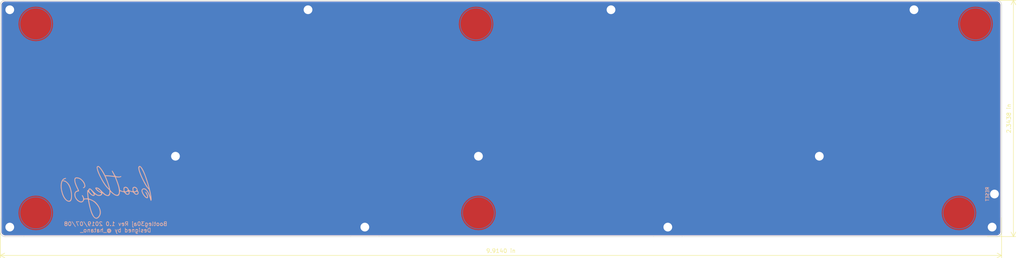
<source format=kicad_pcb>
(kicad_pcb (version 20171130) (host pcbnew "(5.1.2)-2")

  (general
    (thickness 1.6)
    (drawings 39)
    (tracks 0)
    (zones 0)
    (modules 13)
    (nets 2)
  )

  (page A4)
  (layers
    (0 F.Cu signal)
    (31 B.Cu signal)
    (32 B.Adhes user hide)
    (33 F.Adhes user hide)
    (34 B.Paste user hide)
    (35 F.Paste user hide)
    (36 B.SilkS user)
    (37 F.SilkS user)
    (38 B.Mask user)
    (39 F.Mask user)
    (40 Dwgs.User user)
    (41 Cmts.User user hide)
    (42 Eco1.User user)
    (43 Eco2.User user)
    (44 Edge.Cuts user)
    (45 Margin user)
    (46 B.CrtYd user)
    (47 F.CrtYd user)
    (48 B.Fab user hide)
    (49 F.Fab user hide)
  )

  (setup
    (last_trace_width 0.25)
    (trace_clearance 0.2)
    (zone_clearance 0.254)
    (zone_45_only no)
    (trace_min 0.2)
    (via_size 0.8)
    (via_drill 0.4)
    (via_min_size 0.4)
    (via_min_drill 0.3)
    (uvia_size 0.3)
    (uvia_drill 0.1)
    (uvias_allowed no)
    (uvia_min_size 0.2)
    (uvia_min_drill 0.1)
    (edge_width 0.15)
    (segment_width 0.2)
    (pcb_text_width 0.3)
    (pcb_text_size 1.5 1.5)
    (mod_edge_width 0.15)
    (mod_text_size 1 1)
    (mod_text_width 0.15)
    (pad_size 2.4 2.4)
    (pad_drill 2.2)
    (pad_to_mask_clearance 0.051)
    (solder_mask_min_width 0.25)
    (aux_axis_origin 19.67223 9.84786)
    (grid_origin 245.864369 55.364269)
    (visible_elements 7FFFFFFF)
    (pcbplotparams
      (layerselection 0x010f0_ffffffff)
      (usegerberextensions true)
      (usegerberattributes false)
      (usegerberadvancedattributes false)
      (creategerberjobfile false)
      (excludeedgelayer true)
      (linewidth 0.100000)
      (plotframeref false)
      (viasonmask false)
      (mode 1)
      (useauxorigin false)
      (hpglpennumber 1)
      (hpglpenspeed 20)
      (hpglpendiameter 15.000000)
      (psnegative false)
      (psa4output false)
      (plotreference true)
      (plotvalue true)
      (plotinvisibletext false)
      (padsonsilk false)
      (subtractmaskfromsilk false)
      (outputformat 1)
      (mirror false)
      (drillshape 0)
      (scaleselection 1)
      (outputdirectory "plots_b"))
  )

  (net 0 "")
  (net 1 GND)

  (net_class Default "これはデフォルトのネット クラスです。"
    (clearance 0.2)
    (trace_width 0.25)
    (via_dia 0.8)
    (via_drill 0.4)
    (uvia_dia 0.3)
    (uvia_drill 0.1)
  )

  (net_class DCDC ""
    (clearance 0.2)
    (trace_width 0.4)
    (via_dia 0.8)
    (via_drill 0.4)
    (uvia_dia 0.3)
    (uvia_drill 0.1)
  )

  (net_class Power ""
    (clearance 0.2)
    (trace_width 0.4)
    (via_dia 0.8)
    (via_drill 0.4)
    (uvia_dia 0.3)
    (uvia_drill 0.1)
    (add_net GND)
  )

  (module cscslib:logo (layer B.Cu) (tedit 0) (tstamp 5D235AFA)
    (at 40.759369 66.079903 180)
    (fp_text reference G*** (at 0 0) (layer B.SilkS) hide
      (effects (font (size 1.524 1.524) (thickness 0.3)) (justify mirror))
    )
    (fp_text value LOGO (at 0.75 0) (layer B.SilkS) hide
      (effects (font (size 1.524 1.524) (thickness 0.3)) (justify mirror))
    )
    (fp_poly (pts (xy -8.544315 6.466171) (xy -8.402234 6.403973) (xy -8.316726 6.332147) (xy -8.25106 6.158861)
      (xy -8.246505 5.897372) (xy -8.30136 5.553278) (xy -8.413925 5.132177) (xy -8.582502 4.639667)
      (xy -8.80539 4.081346) (xy -9.080889 3.462814) (xy -9.369209 2.865705) (xy -9.677962 2.266172)
      (xy -9.95653 1.766712) (xy -10.209466 1.359982) (xy -10.44132 1.038644) (xy -10.647185 0.804794)
      (xy -10.774996 0.673123) (xy -10.864685 0.563102) (xy -10.929318 0.446815) (xy -10.981957 0.296347)
      (xy -11.035666 0.083783) (xy -11.083034 -0.126539) (xy -11.144077 -0.413536) (xy -11.198455 -0.691073)
      (xy -11.239251 -0.922624) (xy -11.256785 -1.044222) (xy -11.28944 -1.326445) (xy -11.178505 -1.026559)
      (xy -10.976552 -0.540963) (xy -10.753186 -0.110883) (xy -10.516918 0.251605) (xy -10.276255 0.534422)
      (xy -10.039705 0.72549) (xy -9.896437 0.793378) (xy -9.628401 0.833139) (xy -9.388038 0.778238)
      (xy -9.196187 0.639608) (xy -9.073685 0.428178) (xy -9.053358 0.351124) (xy -9.055767 0.126578)
      (xy -9.130452 -0.149001) (xy -9.263574 -0.453653) (xy -9.441292 -0.765418) (xy -9.649769 -1.062334)
      (xy -9.875166 -1.322442) (xy -10.103642 -1.523781) (xy -10.307758 -1.639416) (xy -10.485468 -1.659298)
      (xy -10.621004 -1.578898) (xy -10.693492 -1.423541) (xy -10.696164 -1.248423) (xy -10.649936 -1.02331)
      (xy -10.566576 -0.774527) (xy -10.457852 -0.5284) (xy -10.335533 -0.311252) (xy -10.211388 -0.149408)
      (xy -10.097185 -0.069192) (xy -10.086912 -0.066702) (xy -10.015994 -0.067035) (xy -9.999456 -0.114629)
      (xy -10.040494 -0.223309) (xy -10.142301 -0.406901) (xy -10.180159 -0.470339) (xy -10.314657 -0.723464)
      (xy -10.416415 -0.973303) (xy -10.476447 -1.192247) (xy -10.485768 -1.352688) (xy -10.477679 -1.38439)
      (xy -10.413962 -1.432562) (xy -10.303236 -1.397141) (xy -10.15778 -1.290601) (xy -9.989874 -1.125418)
      (xy -9.811796 -0.914064) (xy -9.635825 -0.669015) (xy -9.474242 -0.402744) (xy -9.430295 -0.320371)
      (xy -9.30593 -0.019501) (xy -9.262688 0.234454) (xy -9.298453 0.431967) (xy -9.411112 0.563509)
      (xy -9.598551 0.619553) (xy -9.63914 0.620889) (xy -9.883265 0.564719) (xy -10.125488 0.397304)
      (xy -10.364757 0.120283) (xy -10.60002 -0.264705) (xy -10.830228 -0.756019) (xy -11.054328 -1.352019)
      (xy -11.203915 -1.820334) (xy -11.273165 -2.03687) (xy -11.335068 -2.205129) (xy -11.380343 -2.300985)
      (xy -11.393905 -2.314222) (xy -11.465624 -2.279065) (xy -11.503378 -2.246489) (xy -11.551734 -2.128906)
      (xy -11.566839 -1.914098) (xy -11.550618 -1.612109) (xy -11.504995 -1.232982) (xy -11.431893 -0.786762)
      (xy -11.333237 -0.283491) (xy -11.210949 0.266784) (xy -11.066954 0.854022) (xy -11.06139 0.874889)
      (xy -10.838716 0.874889) (xy -10.694668 1.044222) (xy -10.599781 1.169895) (xy -10.470588 1.359468)
      (xy -10.329686 1.579346) (xy -10.277015 1.665111) (xy -9.960351 2.208426) (xy -9.660245 2.763186)
      (xy -9.3821 3.316532) (xy -9.131321 3.855607) (xy -8.913311 4.367553) (xy -8.733474 4.839514)
      (xy -8.597213 5.258631) (xy -8.509933 5.612048) (xy -8.477037 5.886907) (xy -8.478137 5.945259)
      (xy -8.502602 6.1267) (xy -8.545864 6.23516) (xy -8.567735 6.252252) (xy -8.667923 6.227988)
      (xy -8.798541 6.10771) (xy -8.953523 5.902234) (xy -9.126807 5.622374) (xy -9.312329 5.278946)
      (xy -9.504025 4.882764) (xy -9.695831 4.444642) (xy -9.881685 3.975397) (xy -9.952868 3.781778)
      (xy -10.04701 3.511178) (xy -10.156956 3.181177) (xy -10.276026 2.813301) (xy -10.397541 2.429074)
      (xy -10.51482 2.050024) (xy -10.621182 1.697675) (xy -10.709949 1.393554) (xy -10.774439 1.159187)
      (xy -10.802411 1.044222) (xy -10.838716 0.874889) (xy -11.06139 0.874889) (xy -10.903177 1.468178)
      (xy -10.721539 2.099208) (xy -10.586553 2.54) (xy -10.302872 3.407567) (xy -10.030362 4.168153)
      (xy -9.769437 4.820819) (xy -9.520509 5.364622) (xy -9.283991 5.798623) (xy -9.060296 6.121881)
      (xy -8.967889 6.226873) (xy -8.816897 6.375966) (xy -8.711145 6.454329) (xy -8.62309 6.477521)
      (xy -8.544315 6.466171)) (layer B.SilkS) (width 0.01))
    (fp_poly (pts (xy 10.126848 3.431994) (xy 10.163642 3.427203) (xy 10.479161 3.331271) (xy 10.746248 3.139005)
      (xy 10.961951 2.857396) (xy 11.123314 2.493433) (xy 11.227385 2.054106) (xy 11.271209 1.546406)
      (xy 11.251834 0.977322) (xy 11.242062 0.875165) (xy 11.105745 0.041432) (xy 10.876614 -0.730406)
      (xy 10.657582 -1.241778) (xy 10.431081 -1.637853) (xy 10.173394 -1.97207) (xy 9.896148 -2.235972)
      (xy 9.610967 -2.4211) (xy 9.329477 -2.518997) (xy 9.063303 -2.521207) (xy 8.946444 -2.48664)
      (xy 8.747224 -2.345956) (xy 8.598444 -2.107088) (xy 8.499783 -1.7691) (xy 8.450924 -1.331056)
      (xy 8.44542 -1.016) (xy 8.484095 -0.409147) (xy 8.58244 0.205145) (xy 8.733062 0.797706)
      (xy 8.92857 1.33937) (xy 9.15761 1.7944) (xy 9.3372 2.047916) (xy 9.559428 2.294997)
      (xy 9.798576 2.511953) (xy 10.028927 2.675095) (xy 10.199371 2.753994) (xy 10.461551 2.813612)
      (xy 10.631882 2.807817) (xy 10.700122 2.759467) (xy 10.696352 2.683553) (xy 10.607231 2.623482)
      (xy 10.460273 2.597386) (xy 10.454085 2.597309) (xy 10.250527 2.550826) (xy 10.015327 2.424785)
      (xy 9.776098 2.235714) (xy 9.666538 2.125901) (xy 9.439551 1.834766) (xy 9.238422 1.489394)
      (xy 9.064409 1.10236) (xy 8.91877 0.686241) (xy 8.80276 0.253614) (xy 8.717638 -0.182944)
      (xy 8.664662 -0.610858) (xy 8.645088 -1.017551) (xy 8.660173 -1.390446) (xy 8.711176 -1.716967)
      (xy 8.799353 -1.984537) (xy 8.925962 -2.18058) (xy 9.092261 -2.29252) (xy 9.222633 -2.314222)
      (xy 9.477903 -2.259833) (xy 9.738162 -2.103415) (xy 9.995553 -1.855099) (xy 10.242217 -1.52501)
      (xy 10.470296 -1.123278) (xy 10.671932 -0.66003) (xy 10.800327 -0.280822) (xy 10.943101 0.284204)
      (xy 11.029327 0.829382) (xy 11.060846 1.344134) (xy 11.039502 1.817879) (xy 10.967136 2.240037)
      (xy 10.845591 2.60003) (xy 10.676709 2.887276) (xy 10.462332 3.091197) (xy 10.204303 3.201214)
      (xy 10.193606 3.203411) (xy 10.018693 3.260895) (xy 9.944746 3.346796) (xy 9.943062 3.354229)
      (xy 9.943314 3.418343) (xy 9.995659 3.441314) (xy 10.126848 3.431994)) (layer B.SilkS) (width 0.01))
    (fp_poly (pts (xy 1.955031 6.455767) (xy 2.103884 6.377469) (xy 2.196926 6.251825) (xy 2.209538 6.193476)
      (xy 2.199742 5.890905) (xy 2.13226 5.534409) (xy 2.004461 5.115772) (xy 1.813715 4.626778)
      (xy 1.557392 4.059213) (xy 1.464408 3.866444) (xy 1.015377 2.996435) (xy 0.573193 2.238279)
      (xy 0.137331 1.591182) (xy -0.292732 1.054348) (xy -0.601967 0.732911) (xy -0.987108 0.366889)
      (xy -0.987443 -0.028222) (xy -0.978215 -0.274978) (xy -0.944041 -0.452274) (xy -0.875937 -0.602404)
      (xy -0.859805 -0.629125) (xy -0.731929 -0.785567) (xy -0.583039 -0.868349) (xy -0.406468 -0.874594)
      (xy -0.19555 -0.801425) (xy 0.056382 -0.645966) (xy 0.355993 -0.40534) (xy 0.708645 -0.077881)
      (xy 1.153773 -0.077881) (xy 1.177026 -0.104248) (xy 1.269162 -0.072436) (xy 1.441578 0.019226)
      (xy 1.495778 0.050091) (xy 1.669986 0.165434) (xy 1.847523 0.308283) (xy 2.012142 0.46153)
      (xy 2.147595 0.608064) (xy 2.237636 0.730777) (xy 2.266016 0.812559) (xy 2.242094 0.836005)
      (xy 2.104977 0.815244) (xy 1.921842 0.723809) (xy 1.716024 0.580098) (xy 1.51086 0.402508)
      (xy 1.329686 0.209436) (xy 1.195838 0.019281) (xy 1.188006 0.004994) (xy 1.153773 -0.077881)
      (xy 0.708645 -0.077881) (xy 0.70995 -0.07667) (xy 0.931333 0.143812) (xy 1.197545 0.411889)
      (xy 1.401897 0.6107) (xy 1.560198 0.752907) (xy 1.688252 0.851173) (xy 1.801866 0.918158)
      (xy 1.916846 0.966525) (xy 1.988048 0.990299) (xy 2.190252 1.046187) (xy 2.3273 1.059778)
      (xy 2.437499 1.03393) (xy 2.457373 1.025341) (xy 2.559978 0.956941) (xy 2.572965 0.866196)
      (xy 2.563759 0.832098) (xy 2.450557 0.613746) (xy 2.254792 0.378137) (xy 2.000036 0.146476)
      (xy 1.70986 -0.060033) (xy 1.407837 -0.220185) (xy 1.381647 -0.231283) (xy 1.216483 -0.310583)
      (xy 1.104295 -0.385199) (xy 1.072444 -0.429104) (xy 1.124005 -0.606745) (xy 1.266269 -0.743422)
      (xy 1.480612 -0.826296) (xy 1.676419 -0.845427) (xy 1.871452 -0.826396) (xy 2.063061 -0.765176)
      (xy 2.26608 -0.652082) (xy 2.495344 -0.477428) (xy 2.765686 -0.231529) (xy 3.048 0.050104)
      (xy 3.323981 0.33059) (xy 3.535846 0.53769) (xy 3.696475 0.680569) (xy 3.818751 0.768395)
      (xy 3.915556 0.810334) (xy 3.999771 0.815554) (xy 4.08428 0.793219) (xy 4.089539 0.791242)
      (xy 4.202729 0.710347) (xy 4.291047 0.585277) (xy 4.330247 0.458384) (xy 4.317117 0.393683)
      (xy 4.342524 0.36251) (xy 4.443713 0.356086) (xy 4.600222 0.366889) (xy 4.590365 -0.282222)
      (xy 4.580765 -0.587435) (xy 4.562718 -0.893779) (xy 4.539123 -1.158819) (xy 4.521206 -1.294915)
      (xy 4.492779 -1.48153) (xy 4.47609 -1.616108) (xy 4.474619 -1.66833) (xy 4.532733 -1.676283)
      (xy 4.676162 -1.688802) (xy 4.877541 -1.703577) (xy 4.947786 -1.708276) (xy 5.40824 -1.738388)
      (xy 5.442363 -1.556493) (xy 5.49274 -1.40382) (xy 5.583965 -1.213614) (xy 5.64719 -1.105429)
      (xy 5.750175 -0.954153) (xy 5.820413 -0.887228) (xy 5.877738 -0.889108) (xy 5.901773 -0.905874)
      (xy 5.952678 -0.967388) (xy 5.937099 -1.043242) (xy 5.889105 -1.122745) (xy 5.753789 -1.349103)
      (xy 5.678689 -1.539468) (xy 5.6482 -1.741479) (xy 5.644792 -1.868536) (xy 5.655098 -2.074722)
      (xy 5.695346 -2.213646) (xy 5.778691 -2.329676) (xy 5.78286 -2.334202) (xy 5.964117 -2.454351)
      (xy 6.187015 -2.484139) (xy 6.436786 -2.430994) (xy 6.698665 -2.302343) (xy 6.957888 -2.105613)
      (xy 7.199687 -1.848232) (xy 7.409297 -1.537625) (xy 7.425802 -1.507821) (xy 7.537739 -1.235623)
      (xy 7.60265 -0.936375) (xy 7.617028 -0.645954) (xy 7.577365 -0.400233) (xy 7.542311 -0.316301)
      (xy 7.400215 -0.140364) (xy 7.205608 -0.007047) (xy 7.002358 0.055033) (xy 6.970931 0.056444)
      (xy 6.790244 0.078961) (xy 6.681358 0.139503) (xy 6.660444 0.192294) (xy 6.684247 0.266621)
      (xy 6.74909 0.41956) (xy 6.84513 0.628954) (xy 6.962519 0.872647) (xy 6.965008 0.8777)
      (xy 7.22558 1.439978) (xy 7.423915 1.941077) (xy 7.55875 2.375692) (xy 7.628823 2.738519)
      (xy 7.63287 3.024253) (xy 7.569631 3.227588) (xy 7.535333 3.273991) (xy 7.454985 3.345669)
      (xy 7.35828 3.377757) (xy 7.207027 3.378759) (xy 7.101922 3.370525) (xy 6.75241 3.295468)
      (xy 6.490101 3.183113) (xy 6.199708 2.984802) (xy 5.926716 2.724895) (xy 5.686437 2.425908)
      (xy 5.494184 2.110354) (xy 5.365269 1.800749) (xy 5.315006 1.519607) (xy 5.316447 1.457459)
      (xy 5.339165 1.295651) (xy 5.394967 1.202947) (xy 5.510859 1.135729) (xy 5.517444 1.132813)
      (xy 5.651247 1.05044) (xy 5.696461 0.972098) (xy 5.649875 0.917211) (xy 5.555436 0.903111)
      (xy 5.394022 0.951972) (xy 5.2385 1.075201) (xy 5.122623 1.237773) (xy 5.08 1.396524)
      (xy 5.105061 1.603389) (xy 5.170594 1.861849) (xy 5.262124 2.124886) (xy 5.365173 2.345484)
      (xy 5.379916 2.370666) (xy 5.545073 2.600128) (xy 5.767423 2.852907) (xy 6.009974 3.090085)
      (xy 6.235734 3.272745) (xy 6.240428 3.275991) (xy 6.500468 3.418489) (xy 6.800989 3.52733)
      (xy 7.099221 3.59027) (xy 7.352391 3.595062) (xy 7.354127 3.594832) (xy 7.570767 3.537603)
      (xy 7.71439 3.423508) (xy 7.79835 3.235278) (xy 7.834946 2.973086) (xy 7.818995 2.617953)
      (xy 7.72924 2.194861) (xy 7.564443 1.699578) (xy 7.323365 1.127872) (xy 7.247669 0.965412)
      (xy 7.132368 0.721085) (xy 7.037038 0.516877) (xy 6.970856 0.372609) (xy 6.942998 0.308099)
      (xy 6.942667 0.306674) (xy 6.990712 0.285015) (xy 7.100168 0.256599) (xy 7.396393 0.140489)
      (xy 7.621054 -0.054833) (xy 7.769383 -0.317573) (xy 7.83661 -0.635935) (xy 7.817968 -0.998123)
      (xy 7.736258 -1.316653) (xy 7.555976 -1.71096) (xy 7.310206 -2.058691) (xy 7.015351 -2.345864)
      (xy 6.687814 -2.558497) (xy 6.343998 -2.682611) (xy 6.102374 -2.709334) (xy 5.885075 -2.657905)
      (xy 5.682107 -2.520725) (xy 5.52602 -2.323448) (xy 5.478119 -2.217284) (xy 5.390392 -2.040962)
      (xy 5.287029 -1.953731) (xy 5.280564 -1.951784) (xy 5.151412 -1.93208) (xy 4.971289 -1.922114)
      (xy 4.775135 -1.92145) (xy 4.597885 -1.929654) (xy 4.474479 -1.94629) (xy 4.439104 -1.962263)
      (xy 4.418987 -2.033105) (xy 4.386127 -2.189487) (xy 4.345724 -2.405494) (xy 4.317301 -2.569041)
      (xy 4.243131 -2.960323) (xy 4.144754 -3.409307) (xy 4.030035 -3.885254) (xy 3.906842 -4.357424)
      (xy 3.783039 -4.795078) (xy 3.666491 -5.167476) (xy 3.613699 -5.318772) (xy 3.412043 -5.794218)
      (xy 3.188843 -6.184578) (xy 2.949506 -6.484867) (xy 2.699437 -6.690103) (xy 2.444041 -6.795301)
      (xy 2.188724 -6.795479) (xy 2.058305 -6.752646) (xy 1.788404 -6.574778) (xy 1.553091 -6.308791)
      (xy 1.366621 -5.977607) (xy 1.243251 -5.60415) (xy 1.206891 -5.383672) (xy 1.207071 -5.373048)
      (xy 1.431239 -5.373048) (xy 1.509673 -5.7497) (xy 1.660007 -6.08534) (xy 1.872904 -6.35693)
      (xy 2.047818 -6.492768) (xy 2.242027 -6.58455) (xy 2.41211 -6.591063) (xy 2.59001 -6.522661)
      (xy 2.796041 -6.361062) (xy 3.00199 -6.09255) (xy 3.205504 -5.723078) (xy 3.404229 -5.258598)
      (xy 3.595809 -4.705063) (xy 3.77789 -4.068426) (xy 3.948118 -3.35464) (xy 4.060309 -2.805246)
      (xy 4.122664 -2.480133) (xy 4.161676 -2.252772) (xy 4.172425 -2.109539) (xy 4.149988 -2.03681)
      (xy 4.089444 -2.020963) (xy 3.985871 -2.048371) (xy 3.834347 -2.105413) (xy 3.810716 -2.114353)
      (xy 3.432006 -2.274136) (xy 3.113745 -2.45294) (xy 2.817333 -2.676242) (xy 2.50417 -2.969521)
      (xy 2.483555 -2.990356) (xy 2.064573 -3.470707) (xy 1.753365 -3.955547) (xy 1.544927 -4.454354)
      (xy 1.434256 -4.976609) (xy 1.434042 -4.978423) (xy 1.431239 -5.373048) (xy 1.207071 -5.373048)
      (xy 1.213887 -4.972018) (xy 1.309302 -4.523967) (xy 1.483439 -4.058946) (xy 1.726599 -3.596385)
      (xy 2.029084 -3.155713) (xy 2.381196 -2.75636) (xy 2.63237 -2.527907) (xy 2.829025 -2.386957)
      (xy 3.085571 -2.232729) (xy 3.369068 -2.082094) (xy 3.646574 -1.951923) (xy 3.885151 -1.859086)
      (xy 3.999916 -1.827506) (xy 4.162026 -1.75847) (xy 4.231547 -1.66981) (xy 4.260395 -1.550349)
      (xy 4.2929 -1.348728) (xy 4.325798 -1.095462) (xy 4.355826 -0.821067) (xy 4.379721 -0.556059)
      (xy 4.394218 -0.330954) (xy 4.396056 -0.176267) (xy 4.393988 -0.150779) (xy 4.381001 -0.076311)
      (xy 4.355757 -0.053469) (xy 4.303209 -0.092077) (xy 4.208308 -0.201957) (xy 4.091342 -0.348335)
      (xy 3.838056 -0.630737) (xy 3.578061 -0.853884) (xy 3.329545 -1.004831) (xy 3.110693 -1.070635)
      (xy 3.073875 -1.072445) (xy 2.878411 -1.032415) (xy 2.754255 -0.923067) (xy 2.718313 -0.76051)
      (xy 2.720313 -0.742529) (xy 2.935111 -0.742529) (xy 2.977529 -0.825719) (xy 3.087965 -0.848089)
      (xy 3.241194 -0.812456) (xy 3.41199 -0.721635) (xy 3.463519 -0.683544) (xy 3.618749 -0.544057)
      (xy 3.7925 -0.364697) (xy 3.887332 -0.255946) (xy 4.015473 -0.086589) (xy 4.080097 0.049181)
      (xy 4.0995 0.19556) (xy 4.099052 0.255452) (xy 4.0791 0.465518) (xy 4.028773 0.5739)
      (xy 3.940672 0.581983) (xy 3.807401 0.491152) (xy 3.654431 0.338666) (xy 3.465641 0.119987)
      (xy 3.28517 -0.115274) (xy 3.127987 -0.34462) (xy 3.009058 -0.545552) (xy 2.943352 -0.695575)
      (xy 2.935111 -0.742529) (xy 2.720313 -0.742529) (xy 2.721016 -0.736211) (xy 2.74284 -0.587514)
      (xy 2.469154 -0.771692) (xy 2.106899 -0.969791) (xy 1.764187 -1.060518) (xy 1.43193 -1.0457)
      (xy 1.292534 -1.008181) (xy 1.036064 -0.8769) (xy 0.874667 -0.687938) (xy 0.821378 -0.532012)
      (xy 0.78532 -0.339806) (xy 0.591418 -0.533708) (xy 0.26618 -0.796504) (xy -0.105569 -0.99403)
      (xy -0.343902 -1.07319) (xy -0.631349 -1.100966) (xy -0.865259 -1.03136) (xy -1.040871 -0.868798)
      (xy -1.153422 -0.617705) (xy -1.198152 -0.282508) (xy -1.198232 -0.279112) (xy -1.20445 -0.006144)
      (xy -1.511735 -0.286985) (xy -1.895173 -0.605844) (xy -2.255212 -0.843114) (xy -2.584545 -0.996556)
      (xy -2.875862 -1.063931) (xy -3.121857 -1.043002) (xy -3.31522 -0.931529) (xy -3.377927 -0.858658)
      (xy -3.495532 -0.631384) (xy -3.579355 -0.350581) (xy -3.612115 -0.074395) (xy -3.61213 -0.070556)
      (xy -3.616161 -0.016151) (xy -3.385151 -0.016151) (xy -3.344492 -0.338812) (xy -3.250797 -0.582662)
      (xy -3.105143 -0.74291) (xy -2.908604 -0.814766) (xy -2.662258 -0.793438) (xy -2.398889 -0.690629)
      (xy -2.184219 -0.560938) (xy -1.950603 -0.386041) (xy -1.716097 -0.183734) (xy -1.498756 0.028187)
      (xy -1.316635 0.231923) (xy -1.18779 0.409679) (xy -1.130275 0.543658) (xy -1.128889 0.561187)
      (xy -1.109437 0.713717) (xy -1.100421 0.75334) (xy -0.897144 0.75334) (xy -0.864658 0.759018)
      (xy -0.770398 0.839538) (xy -0.76258 0.846666) (xy -0.655558 0.955957) (xy -0.505891 1.123422)
      (xy -0.340667 1.318459) (xy -0.287966 1.382889) (xy -0.0184 1.738417) (xy 0.257466 2.14375)
      (xy 0.533488 2.586092) (xy 0.803525 3.052647) (xy 1.061434 3.530621) (xy 1.301071 4.007219)
      (xy 1.516295 4.469646) (xy 1.700962 4.905106) (xy 1.848929 5.300804) (xy 1.954055 5.643945)
      (xy 2.010196 5.921735) (xy 2.01121 6.121377) (xy 2.002995 6.154912) (xy 1.935129 6.249113)
      (xy 1.826884 6.247937) (xy 1.683715 6.159176) (xy 1.511077 5.990617) (xy 1.314424 5.75005)
      (xy 1.099212 5.445264) (xy 0.870896 5.08405) (xy 0.63493 4.674197) (xy 0.396769 4.223493)
      (xy 0.161869 3.739729) (xy -0.064316 3.230694) (xy -0.093708 3.160889) (xy -0.275896 2.709009)
      (xy -0.440416 2.262804) (xy -0.597801 1.791118) (xy -0.758583 1.262793) (xy -0.88555 0.818444)
      (xy -0.897144 0.75334) (xy -1.100421 0.75334) (xy -1.05514 0.952336) (xy -0.972088 1.257927)
      (xy -0.866371 1.611375) (xy -0.744079 1.993562) (xy -0.611303 2.385372) (xy -0.474131 2.767689)
      (xy -0.338654 3.121395) (xy -0.228796 3.386618) (xy -0.008444 3.894666) (xy -0.441666 3.89075)
      (xy -0.673304 3.881397) (xy -0.975893 3.858942) (xy -1.308714 3.826843) (xy -1.60503 3.791972)
      (xy -2.335172 3.697111) (xy -2.553109 3.160889) (xy -2.665228 2.875335) (xy -2.793854 2.532727)
      (xy -2.920361 2.183293) (xy -2.995891 1.966766) (xy -3.178143 1.376778) (xy -3.303052 0.846435)
      (xy -3.371696 0.380528) (xy -3.385151 -0.016151) (xy -3.616161 -0.016151) (xy -3.621389 0.054381)
      (xy -3.643514 0.112381) (xy -3.646016 0.112889) (xy -3.713287 0.098288) (xy -3.857945 0.05995)
      (xy -4.049099 0.006071) (xy -4.055238 0.004298) (xy -4.268639 -0.055999) (xy -4.45703 -0.106824)
      (xy -4.572 -0.135376) (xy -4.692581 -0.200836) (xy -4.817812 -0.325174) (xy -4.84726 -0.365266)
      (xy -5.063124 -0.604948) (xy -5.315411 -0.745136) (xy -5.592831 -0.779573) (xy -5.594432 -0.779456)
      (xy -5.815672 -0.714448) (xy -5.972977 -0.569794) (xy -6.054935 -0.36578) (xy -6.051331 -0.183438)
      (xy -5.857433 -0.183438) (xy -5.845984 -0.352969) (xy -5.750931 -0.501869) (xy -5.60623 -0.593315)
      (xy -5.43773 -0.579134) (xy -5.241463 -0.458448) (xy -5.140887 -0.36705) (xy -4.947775 -0.176337)
      (xy -5.112665 -0.141165) (xy -5.282665 -0.092555) (xy -5.46407 -0.024068) (xy -5.467992 -0.022353)
      (xy -5.601904 0.027816) (xy -5.685866 0.022848) (xy -5.764325 -0.03455) (xy -5.857433 -0.183438)
      (xy -6.051331 -0.183438) (xy -6.05013 -0.122686) (xy -6.021735 -0.020123) (xy -5.97932 0.100865)
      (xy -6.333993 -0.001795) (xy -6.542913 -0.06077) (xy -6.72723 -0.11023) (xy -6.829778 -0.135457)
      (xy -6.950354 -0.200862) (xy -7.075582 -0.325165) (xy -7.105038 -0.365266) (xy -7.320902 -0.604948)
      (xy -7.573188 -0.745136) (xy -7.850609 -0.779573) (xy -7.85221 -0.779456) (xy -8.074799 -0.716645)
      (xy -8.229434 -0.57988) (xy -8.308954 -0.390328) (xy -8.306376 -0.183438) (xy -8.115211 -0.183438)
      (xy -8.103761 -0.352969) (xy -8.008709 -0.501869) (xy -7.864007 -0.593315) (xy -7.695508 -0.579134)
      (xy -7.499241 -0.458448) (xy -7.398665 -0.36705) (xy -7.205552 -0.176337) (xy -7.370443 -0.141165)
      (xy -7.540442 -0.092555) (xy -7.721848 -0.024068) (xy -7.72577 -0.022353) (xy -7.859682 0.027816)
      (xy -7.943644 0.022848) (xy -8.022103 -0.03455) (xy -8.115211 -0.183438) (xy -8.306376 -0.183438)
      (xy -8.306198 -0.169157) (xy -8.214005 0.062468) (xy -8.162532 0.137856) (xy -8.067323 0.29184)
      (xy -8.035226 0.411081) (xy -8.039593 0.433938) (xy -8.037039 0.516228) (xy -7.845778 0.516228)
      (xy -7.801836 0.357574) (xy -7.688133 0.221023) (xy -7.531853 0.118486) (xy -7.360179 0.06188)
      (xy -7.200295 0.063118) (xy -7.079386 0.134113) (xy -7.055312 0.169788) (xy -7.002493 0.333181)
      (xy -6.981809 0.536644) (xy -6.992731 0.737243) (xy -7.034728 0.892041) (xy -7.064772 0.936484)
      (xy -7.196916 0.997194) (xy -7.367028 0.98282) (xy -7.545958 0.909048) (xy -7.704556 0.791563)
      (xy -7.813672 0.64605) (xy -7.845778 0.516228) (xy -8.037039 0.516228) (xy -8.036475 0.53439)
      (xy -7.989784 0.68879) (xy -7.951543 0.776716) (xy -7.835101 0.965067) (xy -7.681994 1.088906)
      (xy -7.574934 1.142155) (xy -7.39948 1.209009) (xy -7.264093 1.223698) (xy -7.111937 1.191967)
      (xy -7.104439 1.189737) (xy -6.940308 1.119845) (xy -6.838041 1.014658) (xy -6.788163 0.85274)
      (xy -6.781197 0.612657) (xy -6.789282 0.476789) (xy -6.819999 0.070641) (xy -6.585669 0.123292)
      (xy -6.270844 0.209925) (xy -6.04357 0.316346) (xy -5.878538 0.459734) (xy -5.841905 0.516228)
      (xy -5.588 0.516228) (xy -5.544058 0.357574) (xy -5.430355 0.221023) (xy -5.274075 0.118486)
      (xy -5.102401 0.06188) (xy -4.942517 0.063118) (xy -4.821608 0.134113) (xy -4.797534 0.169788)
      (xy -4.744715 0.333181) (xy -4.724031 0.536644) (xy -4.734953 0.737243) (xy -4.776951 0.892041)
      (xy -4.806994 0.936484) (xy -4.939138 0.997194) (xy -5.10925 0.98282) (xy -5.28818 0.909048)
      (xy -5.446778 0.791563) (xy -5.555894 0.64605) (xy -5.588 0.516228) (xy -5.841905 0.516228)
      (xy -5.750443 0.657274) (xy -5.726019 0.706923) (xy -5.623438 0.900529) (xy -5.521395 1.022833)
      (xy -5.385953 1.110028) (xy -5.318436 1.141589) (xy -5.142745 1.208677) (xy -5.007572 1.223772)
      (xy -4.85644 1.19264) (xy -4.846662 1.189737) (xy -4.682531 1.119845) (xy -4.580263 1.014658)
      (xy -4.530385 0.85274) (xy -4.52342 0.612657) (xy -4.531504 0.476789) (xy -4.562221 0.070641)
      (xy -4.327892 0.123292) (xy -4.118749 0.182706) (xy -3.898531 0.262905) (xy -3.856442 0.280832)
      (xy -3.702751 0.362086) (xy -3.623324 0.453877) (xy -3.583601 0.596761) (xy -3.582691 0.602083)
      (xy -3.485149 1.06914) (xy -3.339407 1.596734) (xy -3.142185 2.195282) (xy -2.8902 2.875201)
      (xy -2.771668 3.176469) (xy -2.691692 3.378527) (xy -2.630863 3.535499) (xy -2.598964 3.622012)
      (xy -2.596445 3.630954) (xy -2.647709 3.633205) (xy -2.782307 3.624277) (xy -2.971447 3.606097)
      (xy -2.977445 3.605452) (xy -3.266743 3.590737) (xy -3.524994 3.607773) (xy -3.736499 3.651447)
      (xy -3.885562 3.716641) (xy -3.956485 3.798241) (xy -3.933571 3.891132) (xy -3.915733 3.91123)
      (xy -3.847275 3.911757) (xy -3.726124 3.866541) (xy -3.707267 3.857102) (xy -3.572786 3.807336)
      (xy -3.404662 3.790055) (xy -3.166329 3.801843) (xy -3.140681 3.804167) (xy -2.883485 3.829332)
      (xy -2.700432 3.860099) (xy -2.567829 3.913622) (xy -2.461986 4.007056) (xy -2.359211 4.157557)
      (xy -2.235812 4.382281) (xy -2.169937 4.507086) (xy -1.995619 4.829449) (xy -1.860657 5.059717)
      (xy -1.757784 5.208607) (xy -1.679728 5.286835) (xy -1.628141 5.305778) (xy -1.584399 5.274413)
      (xy -1.596127 5.175621) (xy -1.665889 5.002355) (xy -1.796251 4.747568) (xy -1.898092 4.564158)
      (xy -2.021037 4.339389) (xy -2.115746 4.15139) (xy -2.172306 4.020917) (xy -2.182145 3.969552)
      (xy -2.116616 3.963717) (xy -1.961307 3.971661) (xy -1.738261 3.991688) (xy -1.469521 4.0221)
      (xy -1.420715 4.028201) (xy -1.102298 4.064596) (xy -0.782761 4.094331) (xy -0.500533 4.11421)
      (xy -0.304106 4.121053) (xy 0.084667 4.121661) (xy 0.310444 4.552837) (xy 0.560252 5.003154)
      (xy 0.815375 5.413856) (xy 1.066801 5.773324) (xy 1.305515 6.069936) (xy 1.522505 6.292073)
      (xy 1.708756 6.428114) (xy 1.79062 6.461012) (xy 1.955031 6.455767)) (layer B.SilkS) (width 0.01))
  )

  (module cscslib:HOLE_M2 (layer B.Cu) (tedit 5D2306B4) (tstamp 5D1DA5DF)
    (at 264.319072 66.67528 270)
    (path /5C57C1A0)
    (fp_text reference SW36 (at 0 1.7 90) (layer B.SilkS) hide
      (effects (font (size 1 1) (thickness 0.15)) (justify mirror))
    )
    (fp_text value SW_RST (at 0 -2 90) (layer B.Fab) hide
      (effects (font (size 1 1) (thickness 0.15)) (justify mirror))
    )
    (fp_text user RESET (at -0.000064 1.785939 90) (layer B.SilkS)
      (effects (font (size 0.8 0.8) (thickness 0.15)) (justify mirror))
    )
    (pad "" thru_hole circle (at 0 0 270) (size 2.4 2.4) (drill 2.2) (layers *.Cu *.Mask)
      (net 1 GND) (clearance 0.8) (zone_connect 2))
  )

  (module cscslib:HOLE_M2 (layer F.Cu) (tedit 5C7B3B5E) (tstamp 5CE4FC37)
    (at 58.34087 57.15024)
    (path /5C42C3A0)
    (fp_text reference H3 (at 0 -2.54) (layer F.SilkS) hide
      (effects (font (size 0.29972 0.29972) (thickness 0.0762)))
    )
    (fp_text value MountingHole (at 0 2.54) (layer F.SilkS) hide
      (effects (font (size 0.29972 0.29972) (thickness 0.0762)))
    )
    (pad "" thru_hole circle (at 0 0) (size 2.4 2.4) (drill 2.2) (layers *.Cu *.Mask)
      (net 1 GND) (clearance 0.8) (zone_connect 2))
  )

  (module cscslib:HOLE_M2 (layer F.Cu) (tedit 5C7B3B5E) (tstamp 5D0F4D6D)
    (at 220.266582 57.150144)
    (path /5C42C296)
    (fp_text reference H2 (at 0 -2.54) (layer F.SilkS) hide
      (effects (font (size 0.29972 0.29972) (thickness 0.0762)))
    )
    (fp_text value MountingHole (at 0 2.54) (layer F.SilkS) hide
      (effects (font (size 0.29972 0.29972) (thickness 0.0762)))
    )
    (pad "" thru_hole circle (at 0 0) (size 2.4 2.4) (drill 2.2) (layers *.Cu *.Mask)
      (net 1 GND) (clearance 0.8) (zone_connect 2))
  )

  (module cscslib:HOLE_M2 (layer F.Cu) (tedit 5D2305A9) (tstamp 5CE22BC0)
    (at 134.54119 57.15024)
    (path /5C42C025)
    (fp_text reference H1 (at 0 -2.54) (layer F.SilkS) hide
      (effects (font (size 0.29972 0.29972) (thickness 0.0762)))
    )
    (fp_text value MountingHole (at 0 2.54) (layer F.SilkS) hide
      (effects (font (size 0.29972 0.29972) (thickness 0.0762)))
    )
    (pad "" thru_hole circle (at 0 0) (size 2.4 2.4) (drill 2.2) (layers *.Cu *.Mask)
      (net 1 GND) (clearance 0.8) (zone_connect 2))
  )

  (module cscslib:HOLE_M2 (layer F.Cu) (tedit 5C7B3B5E) (tstamp 5D175D83)
    (at 182.165878 75.009534)
    (path /5D101E7C)
    (fp_text reference H11 (at 0 -2) (layer Eco2.User) hide
      (effects (font (size 0.29972 0.29972) (thickness 0.07493)))
    )
    (fp_text value MountingHole (at 0 1.75) (layer Eco2.User) hide
      (effects (font (size 0.29972 0.29972) (thickness 0.07493)))
    )
    (pad "" thru_hole circle (at 0 0) (size 2.4 2.4) (drill 2.2) (layers *.Cu *.Mask)
      (net 1 GND) (clearance 0.8) (zone_connect 2))
  )

  (module cscslib:HOLE_M2 (layer F.Cu) (tedit 5C7B3B5E) (tstamp 5D17586A)
    (at 105.965814 75.009534)
    (path /5D101E76)
    (fp_text reference H10 (at 0 -2) (layer Eco2.User) hide
      (effects (font (size 0.29972 0.29972) (thickness 0.07493)))
    )
    (fp_text value MountingHole (at 0 1.75) (layer Eco2.User) hide
      (effects (font (size 0.29972 0.29972) (thickness 0.07493)))
    )
    (pad "" thru_hole circle (at 0 0) (size 2.4 2.4) (drill 2.2) (layers *.Cu *.Mask)
      (net 1 GND) (clearance 0.8) (zone_connect 2))
  )

  (module cscslib:HOLE_M2 (layer F.Cu) (tedit 5C7B3B5E) (tstamp 5D0E91A8)
    (at 16.669536 75.009534)
    (path /5D0FD2D9)
    (fp_text reference H9 (at 0 -2) (layer Eco2.User) hide
      (effects (font (size 0.29972 0.29972) (thickness 0.07493)))
    )
    (fp_text value MountingHole (at 0 1.75) (layer Eco2.User) hide
      (effects (font (size 0.29972 0.29972) (thickness 0.07493)))
    )
    (pad "" thru_hole circle (at 0 0) (size 2.4 2.4) (drill 2.2) (layers *.Cu *.Mask)
      (net 1 GND) (clearance 0.8) (zone_connect 2))
  )

  (module cscslib:HOLE_M2 (layer F.Cu) (tedit 5C7B3B5E) (tstamp 5D0E91A3)
    (at 263.723759 75.009534)
    (path /5D0FD2D3)
    (fp_text reference H8 (at 0 -2) (layer Eco2.User) hide
      (effects (font (size 0.29972 0.29972) (thickness 0.07493)))
    )
    (fp_text value MountingHole (at 0 1.75) (layer Eco2.User) hide
      (effects (font (size 0.29972 0.29972) (thickness 0.07493)))
    )
    (pad "" thru_hole circle (at 0 0) (size 2.4 2.4) (drill 2.2) (layers *.Cu *.Mask)
      (net 1 GND) (clearance 0.8) (zone_connect 2))
  )

  (module cscslib:HOLE_M2 (layer F.Cu) (tedit 5C7B3B5E) (tstamp 5D0E919E)
    (at 244.07843 20.240738)
    (path /5D0FD2CD)
    (fp_text reference H7 (at 0 -2) (layer Eco2.User) hide
      (effects (font (size 0.29972 0.29972) (thickness 0.07493)))
    )
    (fp_text value MountingHole (at 0 1.75) (layer Eco2.User) hide
      (effects (font (size 0.29972 0.29972) (thickness 0.07493)))
    )
    (pad "" thru_hole circle (at 0 0) (size 2.4 2.4) (drill 2.2) (layers *.Cu *.Mask)
      (net 1 GND) (clearance 0.8) (zone_connect 2))
  )

  (module cscslib:HOLE_M2 (layer F.Cu) (tedit 5C7B3B5E) (tstamp 5D0E9199)
    (at 167.879038 20.240738)
    (path /5D0F886A)
    (fp_text reference H6 (at 0 -2) (layer Eco2.User) hide
      (effects (font (size 0.29972 0.29972) (thickness 0.07493)))
    )
    (fp_text value MountingHole (at 0 1.75) (layer Eco2.User) hide
      (effects (font (size 0.29972 0.29972) (thickness 0.07493)))
    )
    (pad "" thru_hole circle (at 0 0) (size 2.4 2.4) (drill 2.2) (layers *.Cu *.Mask)
      (net 1 GND) (clearance 0.8) (zone_connect 2))
  )

  (module cscslib:HOLE_M2 (layer F.Cu) (tedit 5C7B3B5E) (tstamp 5D0E9194)
    (at 91.678302 20.240738)
    (path /5D0F8864)
    (fp_text reference H5 (at 0 -2) (layer Eco2.User) hide
      (effects (font (size 0.29972 0.29972) (thickness 0.07493)))
    )
    (fp_text value MountingHole (at 0 1.75) (layer Eco2.User) hide
      (effects (font (size 0.29972 0.29972) (thickness 0.07493)))
    )
    (pad "" thru_hole circle (at 0 0) (size 2.4 2.4) (drill 2.2) (layers *.Cu *.Mask)
      (net 1 GND) (clearance 0.8) (zone_connect 2))
  )

  (module cscslib:HOLE_M2 (layer F.Cu) (tedit 5C7B3B5E) (tstamp 5D15DF8F)
    (at 16.669536 20.240738)
    (path /5D0F885E)
    (fp_text reference H4 (at 0 -2) (layer Eco2.User) hide
      (effects (font (size 0.29972 0.29972) (thickness 0.07493)))
    )
    (fp_text value MountingHole (at 0 1.75) (layer Eco2.User) hide
      (effects (font (size 0.29972 0.29972) (thickness 0.07493)))
    )
    (pad "" thru_hole circle (at 0 0) (size 2.4 2.4) (drill 2.2) (layers *.Cu *.Mask)
      (net 1 GND) (clearance 0.8) (zone_connect 2))
  )

  (gr_circle (center 133.945525 23.81268) (end 137.945525 23.81268) (layer B.Cu) (width 0.15) (tstamp 5D2308AC))
  (gr_circle (center 134.540838 71.43772) (end 138.540838 71.43772) (layer B.Cu) (width 0.15) (tstamp 5D2308F3))
  (gr_circle (center 255.389377 71.43772) (end 259.389377 71.43772) (layer B.Cu) (width 0.15) (tstamp 5D2308AC))
  (gr_circle (center 259.556568 23.81268) (end 263.556568 23.81268) (layer B.Cu) (width 0.15) (tstamp 5D2308AC))
  (gr_circle (center 23.217307 23.81268) (end 27.217307 23.81268) (layer B.Cu) (width 0.15) (tstamp 5D2308AC))
  (gr_circle (center 23.217307 71.43772) (end 27.217307 71.43772) (layer B.Cu) (width 0.15) (tstamp 5D2308AF))
  (dimension 59.5313 (width 0.15) (layer F.SilkS) (tstamp 5D15DAA3)
    (gr_text "59.531 mm" (at 270.38224 47.625136 270) (layer F.SilkS) (tstamp 5D15DAA3)
      (effects (font (size 1 1) (thickness 0.15)))
    )
    (feature1 (pts (xy 262.533805 77.390786) (xy 269.668661 77.390786)))
    (feature2 (pts (xy 262.533805 17.859486) (xy 269.668661 17.859486)))
    (crossbar (pts (xy 269.08224 17.859486) (xy 269.08224 77.390786)))
    (arrow1a (pts (xy 269.08224 77.390786) (xy 268.495819 76.264282)))
    (arrow1b (pts (xy 269.08224 77.390786) (xy 269.668661 76.264282)))
    (arrow2a (pts (xy 269.08224 17.859486) (xy 268.495819 18.98599)))
    (arrow2b (pts (xy 269.08224 17.859486) (xy 269.668661 18.98599)))
  )
  (gr_line (start 250.032232 17.859486) (end 261.937916 17.85961) (layer Edge.Cuts) (width 0.15) (tstamp 5D23067A))
  (gr_line (start 15.478282 17.859458) (end 20.241418 17.859482) (layer Edge.Cuts) (width 0.15) (tstamp 5CE4DD0A))
  (gr_line (start 178.5945 77.39095) (end 185.73828 77.39095) (layer Edge.Cuts) (width 0.15) (tstamp 5D2306FD))
  (gr_line (start 102.39418 77.39095) (end 109.53796 77.39095) (layer Edge.Cuts) (width 0.15) (tstamp 5D2306FC))
  (gr_line (start 88.106464 17.859462) (end 95.25018 17.85945) (layer Edge.Cuts) (width 0.15) (tstamp 5D2306FB))
  (gr_line (start 164.30716 17.859486) (end 171.450916 17.859486) (layer Edge.Cuts) (width 0.15) (tstamp 5D2306FA))
  (gr_line (start 240.50724 17.859382) (end 247.651088 17.85945) (layer Edge.Cuts) (width 0.15) (tstamp 5D2306F9))
  (gr_line (start 109.537732 69.651693) (end 121.443992 69.651693) (layer Eco2.User) (width 0.15) (tstamp 5D2306F8))
  (gr_line (start 147.637764 69.651693) (end 159.544024 69.651693) (layer Eco2.User) (width 0.15) (tstamp 5D2306F7))
  (gr_line (start 121.443992 69.651693) (end 121.443992 77.390762) (layer Eco2.User) (width 0.15))
  (gr_line (start 109.537732 77.390762) (end 109.537732 69.651693) (layer Eco2.User) (width 0.15))
  (gr_line (start 159.544024 69.651693) (end 159.544024 77.390762) (layer Eco2.User) (width 0.15))
  (gr_line (start 147.637764 69.651693) (end 147.637764 77.390762) (layer Eco2.User) (width 0.15))
  (gr_line (start 261.937916 17.85961) (end 264.914385 17.859774) (layer Edge.Cuts) (width 0.15) (tstamp 5CE4DD4C))
  (gr_arc (start 264.914381 76.200288) (end 264.914381 77.390918) (angle -90) (layer Edge.Cuts) (width 0.15) (tstamp 5D0C4D25))
  (gr_text "Bootleg30aj Rev 1.0 2019/07/08\nDesigned by @_hatano_" (at 43.299369 75.009598) (layer B.SilkS)
    (effects (font (size 1 1) (thickness 0.15)) (justify mirror))
  )
  (gr_line (start 102.39418 77.39095) (end 20.241414 77.390786) (layer Edge.Cuts) (width 0.15) (tstamp 5CE4DD53))
  (gr_line (start 178.5945 77.39095) (end 109.53796 77.39095) (layer Edge.Cuts) (width 0.15) (tstamp 5CE4DD52))
  (gr_line (start 264.914385 77.390914) (end 185.73828 77.39095) (layer Edge.Cuts) (width 0.15))
  (gr_line (start 250.031616 17.85945) (end 247.651088 17.85945) (layer Edge.Cuts) (width 0.15) (tstamp 5D1DA4E6))
  (gr_line (start 171.450244 17.859486) (end 240.50724 17.859382) (layer Edge.Cuts) (width 0.15) (tstamp 5CE4DD46))
  (gr_line (start 95.25018 17.85945) (end 164.306484 17.85945) (layer Edge.Cuts) (width 0.15) (tstamp 5CE4DD45))
  (gr_line (start 20.241418 17.859482) (end 88.107096 17.85959) (layer Edge.Cuts) (width 0.15) (tstamp 5D175FB3))
  (gr_arc (start 15.47891 76.200132) (end 14.28828 76.200132) (angle -90) (layer Edge.Cuts) (width 0.15))
  (gr_line (start 14.287652 76.200136) (end 14.287576 71.437656) (layer Edge.Cuts) (width 0.15) (tstamp 5CE4DD13))
  (gr_line (start 20.241414 77.390786) (end 15.47891 77.390762) (layer Edge.Cuts) (width 0.15) (tstamp 5CE4DD12))
  (gr_line (start 14.288284 23.812616) (end 14.287652 19.050088) (layer Edge.Cuts) (width 0.15) (tstamp 5CE4DD0B))
  (gr_arc (start 15.478282 19.050088) (end 15.478282 17.859458) (angle -90) (layer Edge.Cuts) (width 0.15) (tstamp 5D0B455B))
  (dimension 251.816727 (width 0.15) (layer F.SilkS) (tstamp 5D146B93)
    (gr_text "251.817 mm" (at 140.196641 83.453354 359.9999709) (layer F.SilkS) (tstamp 5D146B93)
      (effects (font (size 1 1) (thickness 0.15)))
    )
    (feature1 (pts (xy 266.105011 72.62841) (xy 266.105006 82.739839)))
    (feature2 (pts (xy 14.288284 72.628282) (xy 14.288279 82.739711)))
    (crossbar (pts (xy 14.288279 82.15329) (xy 266.105006 82.153418)))
    (arrow1a (pts (xy 266.105006 82.153418) (xy 264.978502 82.739838)))
    (arrow1b (pts (xy 266.105006 82.153418) (xy 264.978503 81.566997)))
    (arrow2a (pts (xy 14.288279 82.15329) (xy 15.414782 82.739711)))
    (arrow2b (pts (xy 14.288279 82.15329) (xy 15.414783 81.56687)))
  )
  (gr_arc (start 264.914381 19.05014) (end 266.105011 19.05024) (angle -90.00481222) (layer Edge.Cuts) (width 0.15) (tstamp 5CE3EEC6))
  (gr_line (start 14.288284 23.812616) (end 14.287576 71.437656) (layer Edge.Cuts) (width 0.15) (tstamp 5D0B4589))
  (gr_line (start 266.105011 19.05024) (end 266.105011 76.20032) (layer Edge.Cuts) (width 0.15) (tstamp 5D0C8DCD))

  (zone (net 1) (net_name GND) (layer B.Cu) (tstamp 5D233DD8) (hatch edge 0.508)
    (connect_pads (clearance 0.254))
    (min_thickness 0.254)
    (fill yes (arc_segments 32) (thermal_gap 0.508) (thermal_bridge_width 0.508))
    (polygon
      (pts
        (xy 266.105011 77.390786) (xy 266.105011 17.859486) (xy 14.288284 17.859486) (xy 14.288284 77.390786)
      )
    )
    (filled_polygon
      (pts
        (xy 247.628685 18.31545) (xy 250.009474 18.31545) (xy 250.009829 18.315485) (xy 261.949659 18.31561) (xy 264.894756 18.315773)
        (xy 265.05665 18.331646) (xy 265.193494 18.372962) (xy 265.319709 18.440072) (xy 265.430486 18.53042) (xy 265.521602 18.64056)
        (xy 265.589594 18.766308) (xy 265.631865 18.902863) (xy 265.649011 19.066002) (xy 265.649012 76.177974) (xy 265.632875 76.342556)
        (xy 265.59156 76.479398) (xy 265.52445 76.605615) (xy 265.434101 76.716393) (xy 265.323961 76.807509) (xy 265.198213 76.875501)
        (xy 265.061658 76.917772) (xy 264.898558 76.934914) (xy 185.760689 76.934951) (xy 185.760679 76.93495) (xy 102.371781 76.93495)
        (xy 102.371772 76.934951) (xy 20.219016 76.934786) (xy 20.219008 76.934787) (xy 15.501216 76.934762) (xy 15.336642 76.918626)
        (xy 15.1998 76.877311) (xy 15.073583 76.810201) (xy 14.962805 76.719852) (xy 14.871689 76.609712) (xy 14.803697 76.483964)
        (xy 14.761426 76.347409) (xy 14.743651 76.178289) (xy 14.743577 71.500215) (xy 18.741743 71.500215) (xy 18.839118 72.368333)
        (xy 19.103257 73.201004) (xy 19.524099 73.966512) (xy 20.085614 74.6357) (xy 20.766414 75.183077) (xy 21.540568 75.587795)
        (xy 22.378588 75.834438) (xy 23.248555 75.913611) (xy 24.117332 75.822299) (xy 24.951827 75.563979) (xy 25.720254 75.148492)
        (xy 26.393346 74.591663) (xy 26.945462 73.914701) (xy 27.355575 73.143391) (xy 27.608062 72.307113) (xy 27.687179 71.500215)
        (xy 130.065274 71.500215) (xy 130.162649 72.368333) (xy 130.426788 73.201004) (xy 130.84763 73.966512) (xy 131.409145 74.6357)
        (xy 132.089945 75.183077) (xy 132.864099 75.587795) (xy 133.702119 75.834438) (xy 134.572086 75.913611) (xy 135.440863 75.822299)
        (xy 136.275358 75.563979) (xy 137.043785 75.148492) (xy 137.716877 74.591663) (xy 138.268993 73.914701) (xy 138.679106 73.143391)
        (xy 138.931593 72.307113) (xy 139.01071 71.500215) (xy 250.913813 71.500215) (xy 251.011188 72.368333) (xy 251.275327 73.201004)
        (xy 251.696169 73.966512) (xy 252.257684 74.6357) (xy 252.938484 75.183077) (xy 253.712638 75.587795) (xy 254.550658 75.834438)
        (xy 255.420625 75.913611) (xy 256.289402 75.822299) (xy 257.123897 75.563979) (xy 257.892324 75.148492) (xy 258.565416 74.591663)
        (xy 259.117532 73.914701) (xy 259.527645 73.143391) (xy 259.780132 72.307113) (xy 259.865377 71.43772) (xy 259.863632 71.312743)
        (xy 259.754146 70.446069) (xy 259.478406 69.617167) (xy 259.046918 68.857609) (xy 258.476114 68.196327) (xy 257.787738 67.658508)
        (xy 257.008009 67.264639) (xy 256.166626 67.02972) (xy 255.295639 66.962702) (xy 254.428222 67.066135) (xy 253.597415 67.33608)
        (xy 252.834863 67.762256) (xy 252.169612 68.328429) (xy 251.627001 69.013034) (xy 251.227697 69.789995) (xy 250.986911 70.629716)
        (xy 250.913813 71.500215) (xy 139.01071 71.500215) (xy 139.016838 71.43772) (xy 139.015093 71.312743) (xy 138.905607 70.446069)
        (xy 138.629867 69.617167) (xy 138.198379 68.857609) (xy 137.627575 68.196327) (xy 136.939199 67.658508) (xy 136.15947 67.264639)
        (xy 135.318087 67.02972) (xy 134.4471 66.962702) (xy 133.579683 67.066135) (xy 132.748876 67.33608) (xy 131.986324 67.762256)
        (xy 131.321073 68.328429) (xy 130.778462 69.013034) (xy 130.379158 69.789995) (xy 130.138372 70.629716) (xy 130.065274 71.500215)
        (xy 27.687179 71.500215) (xy 27.693307 71.43772) (xy 27.691562 71.312743) (xy 27.582076 70.446069) (xy 27.306336 69.617167)
        (xy 26.874848 68.857609) (xy 26.304044 68.196327) (xy 25.615668 67.658508) (xy 24.835939 67.264639) (xy 23.994556 67.02972)
        (xy 23.123569 66.962702) (xy 22.256152 67.066135) (xy 21.425345 67.33608) (xy 20.662793 67.762256) (xy 19.997542 68.328429)
        (xy 19.454931 69.013034) (xy 19.055627 69.789995) (xy 18.814841 70.629716) (xy 18.741743 71.500215) (xy 14.743577 71.500215)
        (xy 14.743575 71.436826) (xy 14.744282 23.875175) (xy 18.741743 23.875175) (xy 18.839118 24.743293) (xy 19.103257 25.575964)
        (xy 19.524099 26.341472) (xy 20.085614 27.01066) (xy 20.766414 27.558037) (xy 21.540568 27.962755) (xy 22.378588 28.209398)
        (xy 23.248555 28.288571) (xy 24.117332 28.197259) (xy 24.951827 27.938939) (xy 25.720254 27.523452) (xy 26.393346 26.966623)
        (xy 26.945462 26.289661) (xy 27.355575 25.518351) (xy 27.608062 24.682073) (xy 27.687179 23.875175) (xy 129.469961 23.875175)
        (xy 129.567336 24.743293) (xy 129.831475 25.575964) (xy 130.252317 26.341472) (xy 130.813832 27.01066) (xy 131.494632 27.558037)
        (xy 132.268786 27.962755) (xy 133.106806 28.209398) (xy 133.976773 28.288571) (xy 134.84555 28.197259) (xy 135.680045 27.938939)
        (xy 136.448472 27.523452) (xy 137.121564 26.966623) (xy 137.67368 26.289661) (xy 138.083793 25.518351) (xy 138.33628 24.682073)
        (xy 138.415397 23.875175) (xy 255.081004 23.875175) (xy 255.178379 24.743293) (xy 255.442518 25.575964) (xy 255.86336 26.341472)
        (xy 256.424875 27.01066) (xy 257.105675 27.558037) (xy 257.879829 27.962755) (xy 258.717849 28.209398) (xy 259.587816 28.288571)
        (xy 260.456593 28.197259) (xy 261.291088 27.938939) (xy 262.059515 27.523452) (xy 262.732607 26.966623) (xy 263.284723 26.289661)
        (xy 263.694836 25.518351) (xy 263.947323 24.682073) (xy 264.032568 23.81268) (xy 264.030823 23.687703) (xy 263.921337 22.821029)
        (xy 263.645597 21.992127) (xy 263.214109 21.232569) (xy 262.643305 20.571287) (xy 261.954929 20.033468) (xy 261.1752 19.639599)
        (xy 260.333817 19.40468) (xy 259.46283 19.337662) (xy 258.595413 19.441095) (xy 257.764606 19.71104) (xy 257.002054 20.137216)
        (xy 256.336803 20.703389) (xy 255.794192 21.387994) (xy 255.394888 22.164955) (xy 255.154102 23.004676) (xy 255.081004 23.875175)
        (xy 138.415397 23.875175) (xy 138.421525 23.81268) (xy 138.41978 23.687703) (xy 138.310294 22.821029) (xy 138.034554 21.992127)
        (xy 137.603066 21.232569) (xy 137.032262 20.571287) (xy 136.343886 20.033468) (xy 135.564157 19.639599) (xy 134.722774 19.40468)
        (xy 133.851787 19.337662) (xy 132.98437 19.441095) (xy 132.153563 19.71104) (xy 131.391011 20.137216) (xy 130.72576 20.703389)
        (xy 130.183149 21.387994) (xy 129.783845 22.164955) (xy 129.543059 23.004676) (xy 129.469961 23.875175) (xy 27.687179 23.875175)
        (xy 27.693307 23.81268) (xy 27.691562 23.687703) (xy 27.582076 22.821029) (xy 27.306336 21.992127) (xy 26.874848 21.232569)
        (xy 26.304044 20.571287) (xy 25.615668 20.033468) (xy 24.835939 19.639599) (xy 23.994556 19.40468) (xy 23.123569 19.337662)
        (xy 22.256152 19.441095) (xy 21.425345 19.71104) (xy 20.662793 20.137216) (xy 19.997542 20.703389) (xy 19.454931 21.387994)
        (xy 19.055627 22.164955) (xy 18.814841 23.004676) (xy 18.741743 23.875175) (xy 14.744282 23.875175) (xy 14.744283 23.834981)
        (xy 14.744286 23.834954) (xy 14.744284 23.81687) (xy 14.744284 23.790224) (xy 14.74428 23.790184) (xy 14.743655 19.072362)
        (xy 14.759788 18.907819) (xy 14.801104 18.770975) (xy 14.868214 18.64476) (xy 14.958562 18.533983) (xy 15.068702 18.442867)
        (xy 15.19445 18.374875) (xy 15.331005 18.332604) (xy 15.494151 18.315457) (xy 20.263814 18.315482) (xy 20.263823 18.315481)
        (xy 88.129494 18.31559) (xy 88.130795 18.315462) (xy 95.227772 18.315449) (xy 95.227781 18.31545) (xy 164.284395 18.31545)
        (xy 164.284761 18.315486) (xy 171.473316 18.315486) (xy 240.49096 18.315381)
      )
    )
  )
  (zone (net 1) (net_name GND) (layer F.Cu) (tstamp 5D233DD5) (hatch edge 0.508)
    (connect_pads (clearance 0.254))
    (min_thickness 0.254)
    (fill yes (arc_segments 32) (thermal_gap 0.508) (thermal_bridge_width 0.508))
    (polygon
      (pts
        (xy 266.105011 77.390786) (xy 266.105011 17.859614) (xy 14.288284 17.859486) (xy 14.288284 77.390786)
      )
    )
    (filled_polygon
      (pts
        (xy 247.628685 18.31545) (xy 250.009474 18.31545) (xy 250.009829 18.315485) (xy 261.949659 18.31561) (xy 264.894756 18.315773)
        (xy 265.05665 18.331646) (xy 265.193494 18.372962) (xy 265.319709 18.440072) (xy 265.430486 18.53042) (xy 265.521602 18.64056)
        (xy 265.589594 18.766308) (xy 265.631865 18.902863) (xy 265.649011 19.066002) (xy 265.649012 76.177974) (xy 265.632875 76.342556)
        (xy 265.59156 76.479398) (xy 265.52445 76.605615) (xy 265.434101 76.716393) (xy 265.323961 76.807509) (xy 265.198213 76.875501)
        (xy 265.061658 76.917772) (xy 264.898558 76.934914) (xy 185.760689 76.934951) (xy 185.760679 76.93495) (xy 102.371781 76.93495)
        (xy 102.371772 76.934951) (xy 20.219016 76.934786) (xy 20.219008 76.934787) (xy 15.501216 76.934762) (xy 15.336642 76.918626)
        (xy 15.1998 76.877311) (xy 15.073583 76.810201) (xy 14.962805 76.719852) (xy 14.871689 76.609712) (xy 14.803697 76.483964)
        (xy 14.761426 76.347409) (xy 14.743651 76.178289) (xy 14.743575 71.436826) (xy 14.744283 23.834981) (xy 14.744286 23.834954)
        (xy 14.744284 23.81687) (xy 14.744284 23.790224) (xy 14.74428 23.790184) (xy 14.743655 19.072362) (xy 14.759788 18.907819)
        (xy 14.801104 18.770975) (xy 14.868214 18.64476) (xy 14.958562 18.533983) (xy 15.068702 18.442867) (xy 15.19445 18.374875)
        (xy 15.331005 18.332604) (xy 15.494151 18.315457) (xy 20.263814 18.315482) (xy 20.263823 18.315481) (xy 88.129494 18.31559)
        (xy 88.130795 18.315462) (xy 95.227772 18.315449) (xy 95.227781 18.31545) (xy 164.284395 18.31545) (xy 164.284761 18.315486)
        (xy 171.473316 18.315486) (xy 240.49096 18.315381)
      )
    )
  )
)

</source>
